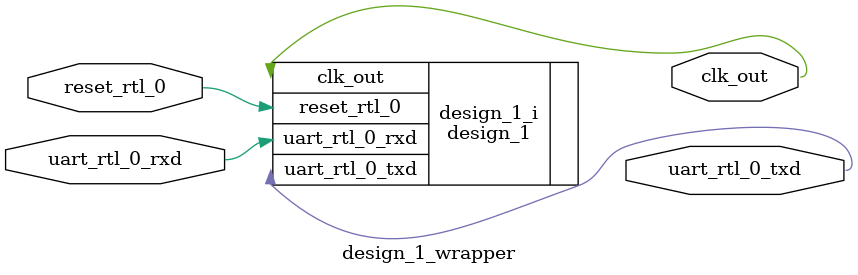
<source format=v>
`timescale 1 ps / 1 ps

module design_1_wrapper
   (clk_out,
    reset_rtl_0,
    uart_rtl_0_rxd,
    uart_rtl_0_txd);
  output clk_out;
  input reset_rtl_0;
  input uart_rtl_0_rxd;
  output uart_rtl_0_txd;

  wire clk_out;
  wire reset_rtl_0;
  wire uart_rtl_0_rxd;
  wire uart_rtl_0_txd;

  design_1 design_1_i
       (.clk_out(clk_out),
        .reset_rtl_0(reset_rtl_0),
        .uart_rtl_0_rxd(uart_rtl_0_rxd),
        .uart_rtl_0_txd(uart_rtl_0_txd));
endmodule

</source>
